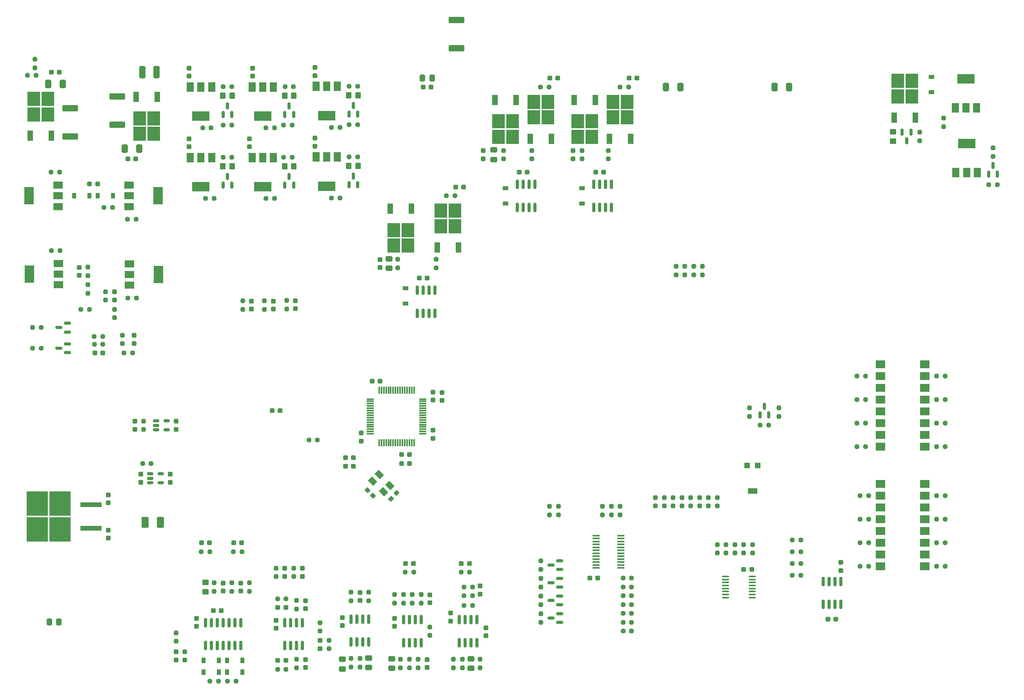
<source format=gtp>
G04 #@! TF.GenerationSoftware,KiCad,Pcbnew,6.0.7-f9a2dced07~116~ubuntu22.04.1*
G04 #@! TF.CreationDate,2022-08-10T15:47:32+03:00*
G04 #@! TF.ProjectId,Wirebonder,57697265-626f-46e6-9465-722e6b696361,rev?*
G04 #@! TF.SameCoordinates,Original*
G04 #@! TF.FileFunction,Paste,Top*
G04 #@! TF.FilePolarity,Positive*
%FSLAX46Y46*%
G04 Gerber Fmt 4.6, Leading zero omitted, Abs format (unit mm)*
G04 Created by KiCad (PCBNEW 6.0.7-f9a2dced07~116~ubuntu22.04.1) date 2022-08-10 15:47:32*
%MOMM*%
%LPD*%
G01*
G04 APERTURE LIST*
G04 Aperture macros list*
%AMRoundRect*
0 Rectangle with rounded corners*
0 $1 Rounding radius*
0 $2 $3 $4 $5 $6 $7 $8 $9 X,Y pos of 4 corners*
0 Add a 4 corners polygon primitive as box body*
4,1,4,$2,$3,$4,$5,$6,$7,$8,$9,$2,$3,0*
0 Add four circle primitives for the rounded corners*
1,1,$1+$1,$2,$3*
1,1,$1+$1,$4,$5*
1,1,$1+$1,$6,$7*
1,1,$1+$1,$8,$9*
0 Add four rect primitives between the rounded corners*
20,1,$1+$1,$2,$3,$4,$5,0*
20,1,$1+$1,$4,$5,$6,$7,0*
20,1,$1+$1,$6,$7,$8,$9,0*
20,1,$1+$1,$8,$9,$2,$3,0*%
%AMRotRect*
0 Rectangle, with rotation*
0 The origin of the aperture is its center*
0 $1 length*
0 $2 width*
0 $3 Rotation angle, in degrees counterclockwise*
0 Add horizontal line*
21,1,$1,$2,0,0,$3*%
G04 Aperture macros list end*
%ADD10RoundRect,0.250000X-0.475000X0.337500X-0.475000X-0.337500X0.475000X-0.337500X0.475000X0.337500X0*%
%ADD11RoundRect,0.237500X-0.250000X-0.237500X0.250000X-0.237500X0.250000X0.237500X-0.250000X0.237500X0*%
%ADD12RoundRect,0.237500X0.237500X-0.300000X0.237500X0.300000X-0.237500X0.300000X-0.237500X-0.300000X0*%
%ADD13RoundRect,0.237500X0.237500X-0.250000X0.237500X0.250000X-0.237500X0.250000X-0.237500X-0.250000X0*%
%ADD14R,1.200000X0.900000*%
%ADD15RoundRect,0.237500X0.250000X0.237500X-0.250000X0.237500X-0.250000X-0.237500X0.250000X-0.237500X0*%
%ADD16R,0.900000X1.200000*%
%ADD17RoundRect,0.237500X-0.300000X-0.237500X0.300000X-0.237500X0.300000X0.237500X-0.300000X0.237500X0*%
%ADD18RoundRect,0.237500X-0.237500X0.250000X-0.237500X-0.250000X0.237500X-0.250000X0.237500X0.250000X0*%
%ADD19R,2.000000X1.500000*%
%ADD20R,2.000000X3.800000*%
%ADD21RoundRect,0.237500X-0.044194X-0.380070X0.380070X0.044194X0.044194X0.380070X-0.380070X-0.044194X0*%
%ADD22RoundRect,0.150000X0.587500X0.150000X-0.587500X0.150000X-0.587500X-0.150000X0.587500X-0.150000X0*%
%ADD23RoundRect,0.250000X-0.450000X0.350000X-0.450000X-0.350000X0.450000X-0.350000X0.450000X0.350000X0*%
%ADD24R,2.750000X3.050000*%
%ADD25R,1.200000X2.200000*%
%ADD26RoundRect,0.150000X0.150000X-0.825000X0.150000X0.825000X-0.150000X0.825000X-0.150000X-0.825000X0*%
%ADD27RoundRect,0.237500X0.300000X0.237500X-0.300000X0.237500X-0.300000X-0.237500X0.300000X-0.237500X0*%
%ADD28RoundRect,0.075000X0.075000X-0.700000X0.075000X0.700000X-0.075000X0.700000X-0.075000X-0.700000X0*%
%ADD29RoundRect,0.075000X0.700000X-0.075000X0.700000X0.075000X-0.700000X0.075000X-0.700000X-0.075000X0*%
%ADD30RoundRect,0.237500X-0.237500X0.300000X-0.237500X-0.300000X0.237500X-0.300000X0.237500X0.300000X0*%
%ADD31RoundRect,0.250000X0.475000X-0.337500X0.475000X0.337500X-0.475000X0.337500X-0.475000X-0.337500X0*%
%ADD32R,1.500000X2.000000*%
%ADD33R,3.800000X2.000000*%
%ADD34RoundRect,0.150000X0.150000X-0.587500X0.150000X0.587500X-0.150000X0.587500X-0.150000X-0.587500X0*%
%ADD35RoundRect,0.250000X0.350000X0.450000X-0.350000X0.450000X-0.350000X-0.450000X0.350000X-0.450000X0*%
%ADD36R,1.600000X0.410000*%
%ADD37RoundRect,0.237500X0.380070X-0.044194X-0.044194X0.380070X-0.380070X0.044194X0.044194X-0.380070X0*%
%ADD38RoundRect,0.250000X0.337500X0.475000X-0.337500X0.475000X-0.337500X-0.475000X0.337500X-0.475000X0*%
%ADD39RoundRect,0.250000X-0.412500X-0.650000X0.412500X-0.650000X0.412500X0.650000X-0.412500X0.650000X0*%
%ADD40RoundRect,0.249999X1.425001X-0.450001X1.425001X0.450001X-1.425001X0.450001X-1.425001X-0.450001X0*%
%ADD41R,2.000000X1.780000*%
%ADD42RoundRect,0.150000X-0.512500X-0.150000X0.512500X-0.150000X0.512500X0.150000X-0.512500X0.150000X0*%
%ADD43RoundRect,0.250000X0.412500X0.650000X-0.412500X0.650000X-0.412500X-0.650000X0.412500X-0.650000X0*%
%ADD44RoundRect,0.150000X-0.150000X0.587500X-0.150000X-0.587500X0.150000X-0.587500X0.150000X0.587500X0*%
%ADD45RoundRect,0.250000X-0.400000X-1.075000X0.400000X-1.075000X0.400000X1.075000X-0.400000X1.075000X0*%
%ADD46RoundRect,0.250001X0.499999X0.924999X-0.499999X0.924999X-0.499999X-0.924999X0.499999X-0.924999X0*%
%ADD47R,4.550000X5.250000*%
%ADD48R,4.600000X1.100000*%
%ADD49RoundRect,0.250000X-0.337500X-0.475000X0.337500X-0.475000X0.337500X0.475000X-0.337500X0.475000X0*%
%ADD50R,1.300000X1.300000*%
%ADD51R,2.000000X1.300000*%
%ADD52RoundRect,0.150000X-0.150000X0.825000X-0.150000X-0.825000X0.150000X-0.825000X0.150000X0.825000X0*%
%ADD53RotRect,1.600000X1.300000X135.000000*%
%ADD54RoundRect,0.100000X-0.637500X-0.100000X0.637500X-0.100000X0.637500X0.100000X-0.637500X0.100000X0*%
G04 APERTURE END LIST*
D10*
X115775000Y-70072500D03*
X115775000Y-72147500D03*
D11*
X202872500Y-135880000D03*
X204697500Y-135880000D03*
D12*
X79960000Y-141822500D03*
X79960000Y-140097500D03*
D13*
X165685000Y-125362500D03*
X165685000Y-123537500D03*
D14*
X140920000Y-54855000D03*
X140920000Y-58155000D03*
D13*
X161875000Y-125362500D03*
X161875000Y-123537500D03*
D15*
X235812500Y-95380000D03*
X233987500Y-95380000D03*
D11*
X79992500Y-48210000D03*
X81817500Y-48210000D03*
D16*
X80850000Y-159375000D03*
X84150000Y-159375000D03*
D17*
X91787500Y-156835000D03*
X93512500Y-156835000D03*
X119330000Y-135880000D03*
X121055000Y-135880000D03*
D18*
X95190000Y-136872500D03*
X95190000Y-138697500D03*
D15*
X235812500Y-110620000D03*
X233987500Y-110620000D03*
D12*
X97095000Y-138647500D03*
X97095000Y-136922500D03*
D11*
X107162500Y-41110000D03*
X108987500Y-41110000D03*
D13*
X140540000Y-48527500D03*
X140540000Y-46702500D03*
D17*
X192355000Y-137150000D03*
X194080000Y-137150000D03*
D11*
X89247500Y-57100000D03*
X91072500Y-57100000D03*
D13*
X152350000Y-125362500D03*
X152350000Y-123537500D03*
D18*
X186640000Y-131792500D03*
X186640000Y-133617500D03*
D19*
X44370000Y-58805000D03*
X44370000Y-56505000D03*
X44370000Y-54205000D03*
D20*
X38070000Y-56505000D03*
D16*
X56205000Y-56505000D03*
X52905000Y-56505000D03*
D21*
X116180120Y-121884880D03*
X117399880Y-120665120D03*
D13*
X146635000Y-48527500D03*
X146635000Y-46702500D03*
D18*
X148540000Y-146755000D03*
X148540000Y-148580000D03*
D15*
X91072500Y-41860000D03*
X89247500Y-41860000D03*
D17*
X75287500Y-131435000D03*
X77012500Y-131435000D03*
D18*
X69800000Y-150842500D03*
X69800000Y-152667500D03*
D22*
X46392500Y-90355000D03*
X46392500Y-88455000D03*
X44517500Y-89405000D03*
D17*
X82272500Y-131435000D03*
X83997500Y-131435000D03*
D23*
X224605000Y-42710000D03*
X224605000Y-44710000D03*
D17*
X143867500Y-51425000D03*
X145592500Y-51425000D03*
D24*
X147015000Y-39570000D03*
X150065000Y-36220000D03*
X150065000Y-39570000D03*
X147015000Y-36220000D03*
D25*
X146260000Y-44195000D03*
X150820000Y-44195000D03*
D26*
X130982500Y-152960000D03*
X132252500Y-152960000D03*
X133522500Y-152960000D03*
X134792500Y-152960000D03*
X134792500Y-148010000D03*
X133522500Y-148010000D03*
X132252500Y-148010000D03*
X130982500Y-148010000D03*
D18*
X173305000Y-121632500D03*
X173305000Y-123457500D03*
X107621250Y-142091250D03*
X107621250Y-143916250D03*
D15*
X219302500Y-136500000D03*
X217477500Y-136500000D03*
D13*
X95825000Y-145682500D03*
X95825000Y-143857500D03*
D11*
X107162500Y-48095000D03*
X108987500Y-48095000D03*
D15*
X61182500Y-61585000D03*
X59357500Y-61585000D03*
D18*
X100915000Y-148660000D03*
X100915000Y-150485000D03*
D27*
X52877500Y-53965000D03*
X51152500Y-53965000D03*
D15*
X105177500Y-56985000D03*
X103352500Y-56985000D03*
D13*
X85675000Y-141872500D03*
X85675000Y-140047500D03*
D28*
X113675000Y-109805000D03*
X114175000Y-109805000D03*
X114675000Y-109805000D03*
X115175000Y-109805000D03*
X115675000Y-109805000D03*
X116175000Y-109805000D03*
X116675000Y-109805000D03*
X117175000Y-109805000D03*
X117675000Y-109805000D03*
X118175000Y-109805000D03*
X118675000Y-109805000D03*
X119175000Y-109805000D03*
X119675000Y-109805000D03*
X120175000Y-109805000D03*
X120675000Y-109805000D03*
X121175000Y-109805000D03*
D29*
X123100000Y-107880000D03*
X123100000Y-107380000D03*
X123100000Y-106880000D03*
X123100000Y-106380000D03*
X123100000Y-105880000D03*
X123100000Y-105380000D03*
X123100000Y-104880000D03*
X123100000Y-104380000D03*
X123100000Y-103880000D03*
X123100000Y-103380000D03*
X123100000Y-102880000D03*
X123100000Y-102380000D03*
X123100000Y-101880000D03*
X123100000Y-101380000D03*
X123100000Y-100880000D03*
X123100000Y-100380000D03*
D28*
X121175000Y-98455000D03*
X120675000Y-98455000D03*
X120175000Y-98455000D03*
X119675000Y-98455000D03*
X119175000Y-98455000D03*
X118675000Y-98455000D03*
X118175000Y-98455000D03*
X117675000Y-98455000D03*
X117175000Y-98455000D03*
X116675000Y-98455000D03*
X116175000Y-98455000D03*
X115675000Y-98455000D03*
X115175000Y-98455000D03*
X114675000Y-98455000D03*
X114175000Y-98455000D03*
X113675000Y-98455000D03*
D29*
X111750000Y-100380000D03*
X111750000Y-100880000D03*
X111750000Y-101380000D03*
X111750000Y-101880000D03*
X111750000Y-102380000D03*
X111750000Y-102880000D03*
X111750000Y-103380000D03*
X111750000Y-103880000D03*
X111750000Y-104380000D03*
X111750000Y-104880000D03*
X111750000Y-105380000D03*
X111750000Y-105880000D03*
X111750000Y-106380000D03*
X111750000Y-106880000D03*
X111750000Y-107380000D03*
X111750000Y-107880000D03*
D18*
X148540000Y-142945000D03*
X148540000Y-144770000D03*
D30*
X124632500Y-142637500D03*
X124632500Y-144362500D03*
D11*
X166320000Y-142865000D03*
X168145000Y-142865000D03*
D15*
X235812500Y-136500000D03*
X233987500Y-136500000D03*
D31*
X111431250Y-158368750D03*
X111431250Y-156293750D03*
D32*
X90832500Y-48235000D03*
X88532500Y-48235000D03*
X86232500Y-48235000D03*
D33*
X88532500Y-54535000D03*
D18*
X135427500Y-156557500D03*
X135427500Y-158382500D03*
D32*
X238045000Y-37545000D03*
X240345000Y-37545000D03*
X242645000Y-37545000D03*
D33*
X240345000Y-31245000D03*
D26*
X143460000Y-58980000D03*
X144730000Y-58980000D03*
X146000000Y-58980000D03*
X147270000Y-58980000D03*
X147270000Y-54030000D03*
X146000000Y-54030000D03*
X144730000Y-54030000D03*
X143460000Y-54030000D03*
D24*
X130000000Y-63065000D03*
X126950000Y-63065000D03*
X130000000Y-59715000D03*
X126950000Y-59715000D03*
D25*
X126195000Y-67690000D03*
X130755000Y-67690000D03*
D12*
X72650000Y-30657500D03*
X72650000Y-28932500D03*
X68530000Y-118337500D03*
X68530000Y-116612500D03*
D26*
X121897500Y-81840000D03*
X123167500Y-81840000D03*
X124437500Y-81840000D03*
X125707500Y-81840000D03*
X125707500Y-76890000D03*
X124437500Y-76890000D03*
X123167500Y-76890000D03*
X121897500Y-76890000D03*
D18*
X131617500Y-156557500D03*
X131617500Y-158382500D03*
D17*
X123167500Y-33010000D03*
X124892500Y-33010000D03*
D34*
X107125000Y-54112500D03*
X109025000Y-54112500D03*
X108075000Y-52237500D03*
D11*
X54277500Y-59045000D03*
X56102500Y-59045000D03*
D35*
X95247500Y-34875000D03*
X93247500Y-34875000D03*
D13*
X81865000Y-141872500D03*
X81865000Y-140047500D03*
D18*
X184735000Y-121632500D03*
X184735000Y-123457500D03*
D34*
X79955000Y-54227500D03*
X81855000Y-54227500D03*
X80905000Y-52352500D03*
D18*
X181560000Y-71745000D03*
X181560000Y-73570000D03*
D11*
X37772500Y-30470000D03*
X39597500Y-30470000D03*
D15*
X44672500Y-51425000D03*
X42847500Y-51425000D03*
D30*
X136697500Y-149768750D03*
X136697500Y-151493750D03*
D15*
X235812500Y-105540000D03*
X233987500Y-105540000D03*
D11*
X202872500Y-133340000D03*
X204697500Y-133340000D03*
X166320000Y-144770000D03*
X168145000Y-144770000D03*
D15*
X108987500Y-32855000D03*
X107162500Y-32855000D03*
X95160000Y-32970000D03*
X93335000Y-32970000D03*
D36*
X165799300Y-136832500D03*
X165799300Y-136197500D03*
X165799300Y-135562500D03*
X165799300Y-134927500D03*
X165799300Y-134292500D03*
X165799300Y-133657500D03*
X165799300Y-133022500D03*
X165799300Y-132387500D03*
X165799300Y-131752500D03*
X165799300Y-131117500D03*
X165799300Y-130482500D03*
X165799300Y-129847500D03*
X160490700Y-129847500D03*
X160490700Y-130482500D03*
X160490700Y-131117500D03*
X160490700Y-131752500D03*
X160490700Y-132387500D03*
X160490700Y-133022500D03*
X160490700Y-133657500D03*
X160490700Y-134292500D03*
X160490700Y-134927500D03*
X160490700Y-135562500D03*
X160490700Y-136197500D03*
X160490700Y-136832500D03*
D11*
X166320000Y-140960000D03*
X168145000Y-140960000D03*
D23*
X76150000Y-139960000D03*
X76150000Y-141960000D03*
D18*
X117680000Y-70197500D03*
X117680000Y-72022500D03*
D12*
X105716250Y-149303750D03*
X105716250Y-147578750D03*
D18*
X58210000Y-86597500D03*
X58210000Y-88422500D03*
D30*
X135427500Y-140732500D03*
X135427500Y-142457500D03*
D24*
X225620000Y-31680000D03*
X228670000Y-35030000D03*
X228670000Y-31680000D03*
X225620000Y-35030000D03*
D25*
X224865000Y-39655000D03*
X229425000Y-39655000D03*
D32*
X77490000Y-48235000D03*
X75190000Y-48235000D03*
X72890000Y-48235000D03*
D33*
X75190000Y-54535000D03*
D12*
X69800000Y-106907500D03*
X69800000Y-105182500D03*
D35*
X109075000Y-50000000D03*
X107075000Y-50000000D03*
D32*
X77490000Y-32995000D03*
X75190000Y-32995000D03*
X72890000Y-32995000D03*
D33*
X75190000Y-39295000D03*
D35*
X81905000Y-50115000D03*
X79905000Y-50115000D03*
D17*
X106402500Y-114925000D03*
X108127500Y-114925000D03*
D35*
X81905000Y-34875000D03*
X79905000Y-34875000D03*
D18*
X179655000Y-71745000D03*
X179655000Y-73570000D03*
D17*
X130152500Y-54600000D03*
X131877500Y-54600000D03*
D13*
X118917500Y-144412500D03*
X118917500Y-142587500D03*
D15*
X61237500Y-78580000D03*
X59412500Y-78580000D03*
D19*
X59710000Y-71200000D03*
X59710000Y-73500000D03*
X59710000Y-75800000D03*
D20*
X66010000Y-73500000D03*
D11*
X128197500Y-56505000D03*
X130022500Y-56505000D03*
D26*
X107621250Y-152821250D03*
X108891250Y-152821250D03*
X110161250Y-152821250D03*
X111431250Y-152821250D03*
X111431250Y-147871250D03*
X110161250Y-147871250D03*
X108891250Y-147871250D03*
X107621250Y-147871250D03*
D15*
X218667500Y-105540000D03*
X216842500Y-105540000D03*
X235812500Y-100460000D03*
X233987500Y-100460000D03*
D16*
X79070000Y-156835000D03*
X75770000Y-156835000D03*
D30*
X109805000Y-107712500D03*
X109805000Y-109437500D03*
D37*
X112319880Y-121249880D03*
X111100120Y-120030120D03*
D12*
X55195000Y-122772500D03*
X55195000Y-121047500D03*
D34*
X93297500Y-54227500D03*
X95197500Y-54227500D03*
X94247500Y-52352500D03*
D12*
X83770000Y-141822500D03*
X83770000Y-140097500D03*
D19*
X44420000Y-75732500D03*
X44420000Y-73432500D03*
X44420000Y-71132500D03*
D20*
X38120000Y-73432500D03*
D11*
X202872500Y-138420000D03*
X204697500Y-138420000D03*
D18*
X177750000Y-71745000D03*
X177750000Y-73570000D03*
D12*
X125270000Y-100612500D03*
X125270000Y-98887500D03*
D13*
X199975000Y-104105000D03*
X199975000Y-102280000D03*
D15*
X40657500Y-89405000D03*
X38832500Y-89405000D03*
X219302500Y-121260000D03*
X217477500Y-121260000D03*
D18*
X122092500Y-156557500D03*
X122092500Y-158382500D03*
D13*
X54610000Y-79017500D03*
X54610000Y-77192500D03*
D16*
X51125000Y-56505000D03*
X47825000Y-56505000D03*
D15*
X197712500Y-106035000D03*
X195887500Y-106035000D03*
D18*
X91380000Y-136872500D03*
X91380000Y-138697500D03*
D12*
X60750000Y-88372500D03*
X60750000Y-86647500D03*
D17*
X150472500Y-31105000D03*
X152197500Y-31105000D03*
D18*
X120187500Y-156557500D03*
X120187500Y-158382500D03*
D12*
X117012500Y-149442500D03*
X117012500Y-147717500D03*
D30*
X129077500Y-146593750D03*
X129077500Y-148318750D03*
D12*
X90805000Y-80966000D03*
X90805000Y-79241000D03*
X125270000Y-108867500D03*
X125270000Y-107142500D03*
D11*
X166320000Y-146675000D03*
X168145000Y-146675000D03*
D38*
X44537500Y-148500000D03*
X42462500Y-148500000D03*
D11*
X91737500Y-143500000D03*
X93562500Y-143500000D03*
D18*
X50800000Y-75695000D03*
X50800000Y-77520000D03*
X71705000Y-154930000D03*
X71705000Y-156755000D03*
D30*
X113870000Y-70247500D03*
X113870000Y-71972500D03*
D13*
X194260000Y-133617500D03*
X194260000Y-131792500D03*
D15*
X93562500Y-158740000D03*
X91737500Y-158740000D03*
D18*
X111431250Y-142091250D03*
X111431250Y-143916250D03*
D39*
X42197500Y-32375000D03*
X45322500Y-32375000D03*
D12*
X97730000Y-145632500D03*
X97730000Y-143907500D03*
D15*
X94882500Y-41225000D03*
X93057500Y-41225000D03*
D13*
X193625000Y-104105000D03*
X193625000Y-102280000D03*
D12*
X69800000Y-156705000D03*
X69800000Y-154980000D03*
D18*
X78055000Y-140047500D03*
X78055000Y-141872500D03*
D22*
X152652500Y-148617500D03*
X152652500Y-146717500D03*
X150777500Y-147667500D03*
D18*
X179020000Y-121632500D03*
X179020000Y-123457500D03*
D15*
X218667500Y-110620000D03*
X216842500Y-110620000D03*
D13*
X190450000Y-133617500D03*
X190450000Y-131792500D03*
D15*
X100327000Y-109210000D03*
X98502000Y-109210000D03*
D40*
X57095000Y-41140000D03*
X57095000Y-35040000D03*
D12*
X86350000Y-30657500D03*
X86350000Y-28932500D03*
D13*
X129712500Y-158382500D03*
X129712500Y-156557500D03*
D11*
X49252500Y-81052500D03*
X51077500Y-81052500D03*
D18*
X182830000Y-121632500D03*
X182830000Y-123457500D03*
D40*
X130380000Y-24630000D03*
X130380000Y-18530000D03*
D14*
X157430000Y-54855000D03*
X157430000Y-58155000D03*
D15*
X168145000Y-139055000D03*
X166320000Y-139055000D03*
D30*
X72650000Y-44172500D03*
X72650000Y-45897500D03*
X85675000Y-44172500D03*
X85675000Y-45897500D03*
D22*
X152652500Y-144807500D03*
X152652500Y-142907500D03*
X150777500Y-143857500D03*
D11*
X202872500Y-130800000D03*
X204697500Y-130800000D03*
D18*
X177115000Y-121632500D03*
X177115000Y-123457500D03*
D11*
X165662500Y-33010000D03*
X167487500Y-33010000D03*
D26*
X159970000Y-58980000D03*
X161240000Y-58980000D03*
X162510000Y-58980000D03*
X163780000Y-58980000D03*
X163780000Y-54030000D03*
X162510000Y-54030000D03*
X161240000Y-54030000D03*
X159970000Y-54030000D03*
D11*
X93057500Y-48210000D03*
X94882500Y-48210000D03*
D15*
X219302500Y-131420000D03*
X217477500Y-131420000D03*
D16*
X84150000Y-156835000D03*
X80850000Y-156835000D03*
D41*
X231410000Y-110620000D03*
X231410000Y-108080000D03*
X231410000Y-105540000D03*
X231410000Y-103000000D03*
X231410000Y-100460000D03*
X231410000Y-97920000D03*
X231410000Y-95380000D03*
X231410000Y-92840000D03*
X221880000Y-92840000D03*
X221880000Y-95380000D03*
X221880000Y-97920000D03*
X221880000Y-100460000D03*
X221880000Y-103000000D03*
X221880000Y-105540000D03*
X221880000Y-108080000D03*
X221880000Y-110620000D03*
D35*
X109075000Y-34760000D03*
X107075000Y-34760000D03*
D32*
X104660000Y-48120000D03*
X102360000Y-48120000D03*
X100060000Y-48120000D03*
D33*
X102360000Y-54420000D03*
D42*
X64217500Y-116525000D03*
X64217500Y-117475000D03*
X64217500Y-118425000D03*
X66492500Y-118425000D03*
X66492500Y-116525000D03*
D17*
X160377500Y-51425000D03*
X162102500Y-51425000D03*
D26*
X93285000Y-153595000D03*
X94555000Y-153595000D03*
X95825000Y-153595000D03*
X97095000Y-153595000D03*
X97095000Y-148645000D03*
X95825000Y-148645000D03*
X94555000Y-148645000D03*
X93285000Y-148645000D03*
D18*
X109526250Y-156418750D03*
X109526250Y-158243750D03*
D15*
X77372500Y-41860000D03*
X75547500Y-41860000D03*
X218667500Y-100460000D03*
X216842500Y-100460000D03*
D43*
X202172500Y-33010000D03*
X199047500Y-33010000D03*
D15*
X219302500Y-126340000D03*
X217477500Y-126340000D03*
D18*
X246195000Y-46182500D03*
X246195000Y-48007500D03*
D11*
X166320000Y-148580000D03*
X168145000Y-148580000D03*
D40*
X46935000Y-43680000D03*
X46935000Y-37580000D03*
D34*
X195850000Y-103797500D03*
X197750000Y-103797500D03*
X196800000Y-101922500D03*
D24*
X167210000Y-39570000D03*
X164160000Y-36220000D03*
X164160000Y-39570000D03*
X167210000Y-36220000D03*
D25*
X163405000Y-44195000D03*
X167965000Y-44195000D03*
D34*
X245245000Y-51842500D03*
X247145000Y-51842500D03*
X246195000Y-49967500D03*
X107125000Y-38872500D03*
X109025000Y-38872500D03*
X108075000Y-36997500D03*
D18*
X125935000Y-70197500D03*
X125935000Y-72022500D03*
D14*
X232860000Y-30840000D03*
X232860000Y-34140000D03*
D27*
X120192500Y-112385000D03*
X118467500Y-112385000D03*
D11*
X245282500Y-54080000D03*
X247107500Y-54080000D03*
D24*
X39060000Y-35585000D03*
X42110000Y-35585000D03*
X42110000Y-38935000D03*
X39060000Y-38935000D03*
D25*
X38305000Y-43560000D03*
X42865000Y-43560000D03*
D18*
X148540000Y-135325000D03*
X148540000Y-137150000D03*
D27*
X92252500Y-102860000D03*
X90527500Y-102860000D03*
D12*
X123997500Y-158332500D03*
X123997500Y-156607500D03*
D13*
X188545000Y-133617500D03*
X188545000Y-131792500D03*
D44*
X228475000Y-42772500D03*
X226575000Y-42772500D03*
X227525000Y-44647500D03*
D27*
X61132500Y-48504000D03*
X59407500Y-48504000D03*
D10*
X138380000Y-46577500D03*
X138380000Y-48652500D03*
D15*
X64412500Y-114300000D03*
X62587500Y-114300000D03*
D27*
X113842500Y-96510000D03*
X112117500Y-96510000D03*
D11*
X131975000Y-142865000D03*
X133800000Y-142865000D03*
D15*
X218667500Y-95380000D03*
X216842500Y-95380000D03*
D43*
X61832500Y-46345000D03*
X58707500Y-46345000D03*
D12*
X100915000Y-154245000D03*
X100915000Y-152520000D03*
D43*
X178677500Y-33010000D03*
X175552500Y-33010000D03*
D17*
X91787500Y-145405000D03*
X93512500Y-145405000D03*
D11*
X80952500Y-161280000D03*
X82777500Y-161280000D03*
D18*
X235535000Y-39717500D03*
X235535000Y-41542500D03*
D15*
X40657500Y-84960000D03*
X38832500Y-84960000D03*
D45*
X62530000Y-29835000D03*
X65630000Y-29835000D03*
D13*
X163145000Y-48527500D03*
X163145000Y-46702500D03*
D12*
X56515000Y-78967500D03*
X56515000Y-77242500D03*
D46*
X66395000Y-127000000D03*
X63145000Y-127000000D03*
D18*
X124632500Y-149572500D03*
X124632500Y-151397500D03*
D15*
X77062500Y-133340000D03*
X75237500Y-133340000D03*
D18*
X102820000Y-152470000D03*
X102820000Y-154295000D03*
D32*
X90832500Y-32995000D03*
X88532500Y-32995000D03*
X86232500Y-32995000D03*
D33*
X88532500Y-39295000D03*
D34*
X79955000Y-38987500D03*
X81855000Y-38987500D03*
X80905000Y-37112500D03*
D18*
X148540000Y-139135000D03*
X148540000Y-140960000D03*
D13*
X93676000Y-80912500D03*
X93676000Y-79087500D03*
D30*
X155525000Y-46752500D03*
X155525000Y-48477500D03*
D18*
X175210000Y-121632500D03*
X175210000Y-123457500D03*
D41*
X231410000Y-136500000D03*
X231410000Y-133960000D03*
X231410000Y-131420000D03*
X231410000Y-128880000D03*
X231410000Y-126340000D03*
X231410000Y-123800000D03*
X231410000Y-121260000D03*
X231410000Y-118720000D03*
X221880000Y-118720000D03*
X221880000Y-121260000D03*
X221880000Y-123800000D03*
X221880000Y-126340000D03*
X221880000Y-128880000D03*
X221880000Y-131420000D03*
X221880000Y-133960000D03*
X221880000Y-136500000D03*
D12*
X62180000Y-118337500D03*
X62180000Y-116612500D03*
D47*
X39870000Y-122945000D03*
X44720000Y-128495000D03*
X39870000Y-128495000D03*
X44720000Y-122945000D03*
D48*
X51445000Y-128260000D03*
X51445000Y-123180000D03*
D15*
X84047500Y-133340000D03*
X82222500Y-133340000D03*
D18*
X56520000Y-81002500D03*
X56520000Y-82827500D03*
D49*
X122992500Y-31105000D03*
X125067500Y-31105000D03*
D50*
X195410000Y-114715000D03*
D51*
X194260000Y-120215000D03*
D50*
X193110000Y-114715000D03*
D10*
X133522500Y-156432500D03*
X133522500Y-158507500D03*
D13*
X39320000Y-28842500D03*
X39320000Y-27017500D03*
D35*
X95247500Y-50115000D03*
X93247500Y-50115000D03*
D11*
X131335000Y-137785000D03*
X133160000Y-137785000D03*
D12*
X48895000Y-73660000D03*
X48895000Y-71935000D03*
D27*
X53980000Y-90445000D03*
X52255000Y-90445000D03*
D12*
X109526250Y-143866250D03*
X109526250Y-142141250D03*
D18*
X50800000Y-71885000D03*
X50800000Y-73710000D03*
D24*
X156540000Y-40420000D03*
X159590000Y-43770000D03*
X159590000Y-40420000D03*
X156540000Y-43770000D03*
D25*
X160345000Y-35795000D03*
X155785000Y-35795000D03*
D52*
X83770000Y-148645000D03*
X82500000Y-148645000D03*
X81230000Y-148645000D03*
X79960000Y-148645000D03*
X78690000Y-148645000D03*
X77420000Y-148645000D03*
X76150000Y-148645000D03*
X76150000Y-153595000D03*
X77420000Y-153595000D03*
X78690000Y-153595000D03*
X79960000Y-153595000D03*
X81230000Y-153595000D03*
X82500000Y-153595000D03*
X83770000Y-153595000D03*
D12*
X74245000Y-149442500D03*
X74245000Y-147717500D03*
D53*
X115983833Y-119004619D03*
X113650381Y-116671167D03*
X112236167Y-118085381D03*
X114569619Y-120418833D03*
D12*
X95581000Y-80862500D03*
X95581000Y-79137500D03*
D15*
X235812500Y-131420000D03*
X233987500Y-131420000D03*
D13*
X88860000Y-81016000D03*
X88860000Y-79191000D03*
X186640000Y-123457500D03*
X186640000Y-121632500D03*
X163780000Y-125362500D03*
X163780000Y-123537500D03*
D11*
X166320000Y-150485000D03*
X168145000Y-150485000D03*
D18*
X180925000Y-121632500D03*
X180925000Y-123457500D03*
D12*
X55195000Y-130392500D03*
X55195000Y-128667500D03*
D27*
X120192500Y-114290000D03*
X118467500Y-114290000D03*
D15*
X81817500Y-41225000D03*
X79992500Y-41225000D03*
D42*
X65487500Y-105095000D03*
X65487500Y-106045000D03*
X65487500Y-106995000D03*
X67762500Y-106995000D03*
X67762500Y-105095000D03*
D15*
X78967500Y-161280000D03*
X77142500Y-161280000D03*
D54*
X188450000Y-138685000D03*
X188450000Y-139335000D03*
X188450000Y-139985000D03*
X188450000Y-140635000D03*
X188450000Y-141285000D03*
X188450000Y-141935000D03*
X188450000Y-142585000D03*
X188450000Y-143235000D03*
X194175000Y-143235000D03*
X194175000Y-142585000D03*
X194175000Y-141935000D03*
X194175000Y-141285000D03*
X194175000Y-140635000D03*
X194175000Y-139985000D03*
X194175000Y-139335000D03*
X194175000Y-138685000D03*
D22*
X152652500Y-140997500D03*
X152652500Y-139097500D03*
X150777500Y-140047500D03*
D30*
X97730000Y-156607500D03*
X97730000Y-158332500D03*
D34*
X93297500Y-38987500D03*
X95197500Y-38987500D03*
X94247500Y-37112500D03*
D12*
X127204000Y-100674500D03*
X127204000Y-98949500D03*
D13*
X118282500Y-158382500D03*
X118282500Y-156557500D03*
X107621250Y-158243750D03*
X107621250Y-156418750D03*
D32*
X238180000Y-51515000D03*
X240480000Y-51515000D03*
X242780000Y-51515000D03*
D33*
X240480000Y-45215000D03*
D15*
X81817500Y-32970000D03*
X79992500Y-32970000D03*
D24*
X139395000Y-43770000D03*
X142445000Y-43770000D03*
X142445000Y-40420000D03*
X139395000Y-40420000D03*
D25*
X143200000Y-35795000D03*
X138640000Y-35795000D03*
D12*
X86079500Y-80966000D03*
X86079500Y-79241000D03*
D13*
X192355000Y-133617500D03*
X192355000Y-131792500D03*
D27*
X160832500Y-139055000D03*
X159107500Y-139055000D03*
D15*
X235812500Y-121260000D03*
X233987500Y-121260000D03*
D17*
X167617500Y-31105000D03*
X169342500Y-31105000D03*
D13*
X157430000Y-48527500D03*
X157430000Y-46702500D03*
D16*
X75770000Y-159375000D03*
X79070000Y-159375000D03*
D27*
X79552500Y-146040000D03*
X77827500Y-146040000D03*
D22*
X152652500Y-137187500D03*
X152652500Y-135287500D03*
X150777500Y-136237500D03*
D13*
X62815000Y-106957500D03*
X62815000Y-105132500D03*
D18*
X183465000Y-71745000D03*
X183465000Y-73570000D03*
D17*
X131385000Y-135880000D03*
X133110000Y-135880000D03*
D52*
X213310000Y-139755000D03*
X212040000Y-139755000D03*
X210770000Y-139755000D03*
X209500000Y-139755000D03*
X209500000Y-144705000D03*
X210770000Y-144705000D03*
X212040000Y-144705000D03*
X213310000Y-144705000D03*
D13*
X117012500Y-144412500D03*
X117012500Y-142587500D03*
D15*
X235812500Y-126340000D03*
X233987500Y-126340000D03*
D13*
X84174500Y-81016000D03*
X84174500Y-79191000D03*
X122727500Y-144412500D03*
X122727500Y-142587500D03*
D24*
X64970000Y-43135000D03*
X61920000Y-43135000D03*
X64970000Y-39785000D03*
X61920000Y-39785000D03*
D25*
X65725000Y-35160000D03*
X61165000Y-35160000D03*
D17*
X42902500Y-29835000D03*
X44627500Y-29835000D03*
D11*
X131975000Y-140960000D03*
X133800000Y-140960000D03*
D12*
X99820000Y-30542500D03*
X99820000Y-28817500D03*
X60910000Y-106907500D03*
X60910000Y-105182500D03*
D15*
X105177500Y-41745000D03*
X103352500Y-41745000D03*
D26*
X118917500Y-152960000D03*
X120187500Y-152960000D03*
X121457500Y-152960000D03*
X122727500Y-152960000D03*
X122727500Y-148010000D03*
X121457500Y-148010000D03*
X120187500Y-148010000D03*
X118917500Y-148010000D03*
D24*
X116790000Y-67265000D03*
X119840000Y-67265000D03*
X119840000Y-63915000D03*
X116790000Y-63915000D03*
D25*
X120595000Y-59290000D03*
X116035000Y-59290000D03*
D12*
X91380000Y-149850000D03*
X91380000Y-148125000D03*
D30*
X136095000Y-46752500D03*
X136095000Y-48477500D03*
D12*
X93285000Y-138647500D03*
X93285000Y-136922500D03*
D17*
X106402500Y-113020000D03*
X108127500Y-113020000D03*
D12*
X213310000Y-137377500D03*
X213310000Y-135652500D03*
D15*
X78007500Y-57100000D03*
X76182500Y-57100000D03*
D17*
X122305000Y-74285000D03*
X124030000Y-74285000D03*
D15*
X133800000Y-144916250D03*
X131975000Y-144916250D03*
D13*
X150445000Y-125362500D03*
X150445000Y-123537500D03*
D19*
X59660000Y-54205000D03*
X59660000Y-56505000D03*
X59660000Y-58805000D03*
D20*
X65960000Y-56505000D03*
D17*
X210542500Y-147945000D03*
X212267500Y-147945000D03*
D32*
X104660000Y-32880000D03*
X102360000Y-32880000D03*
X100060000Y-32880000D03*
D33*
X102360000Y-39180000D03*
D10*
X116377500Y-156432500D03*
X116377500Y-158507500D03*
D13*
X95825000Y-158382500D03*
X95825000Y-156557500D03*
D11*
X119275000Y-137785000D03*
X121100000Y-137785000D03*
D15*
X53992500Y-86865000D03*
X52167500Y-86865000D03*
D18*
X230320000Y-42797500D03*
X230320000Y-44622500D03*
X120822500Y-142587500D03*
X120822500Y-144412500D03*
D22*
X46392500Y-85910000D03*
X46392500Y-84010000D03*
X44517500Y-84960000D03*
D11*
X148517500Y-33010000D03*
X150342500Y-33010000D03*
D15*
X54005000Y-88540000D03*
X52180000Y-88540000D03*
X44722500Y-68352500D03*
X42897500Y-68352500D03*
X60392500Y-90457500D03*
X58567500Y-90457500D03*
D14*
X119357500Y-76445000D03*
X119357500Y-79745000D03*
D10*
X105716250Y-156571250D03*
X105716250Y-158646250D03*
D30*
X99820000Y-44057500D03*
X99820000Y-45782500D03*
M02*

</source>
